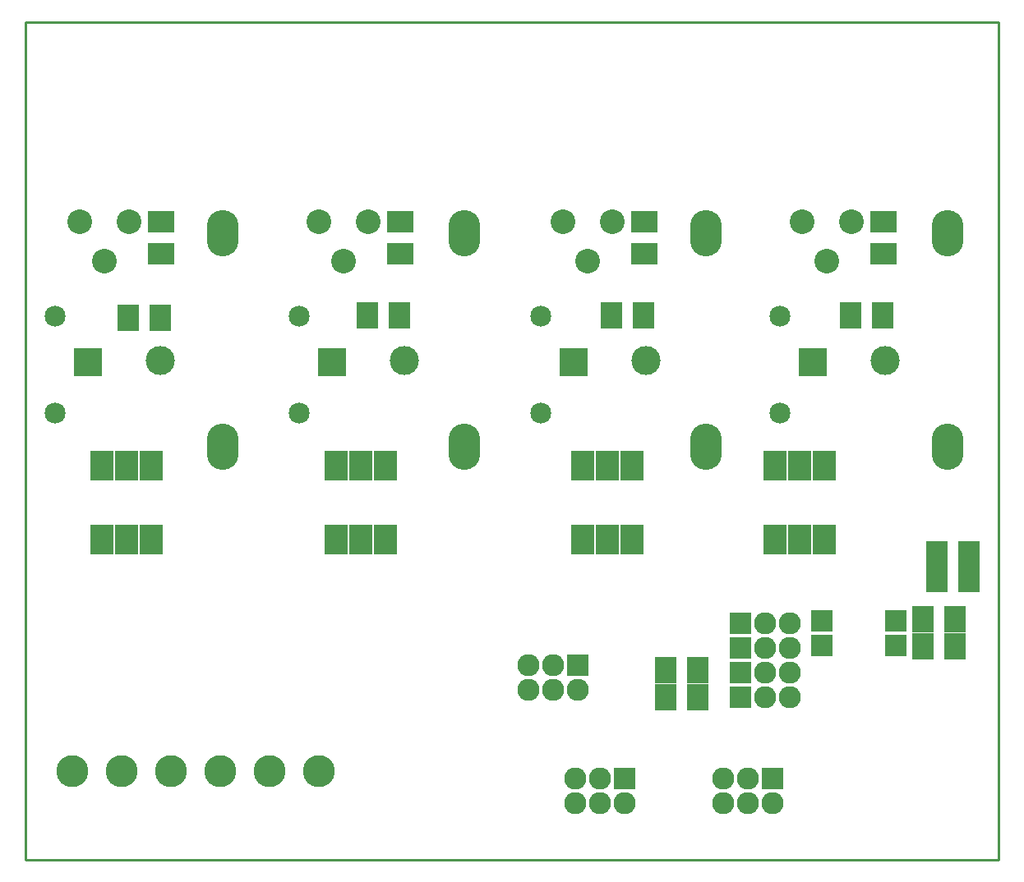
<source format=gbs>
G04 (created by PCBNEW (2011-nov-30)-testing) date jeu. 13 sept. 2012 21:58:41 CEST*
%MOIN*%
G04 Gerber Fmt 3.4, Leading zero omitted, Abs format*
%FSLAX34Y34*%
G01*
G70*
G90*
G04 APERTURE LIST*
%ADD10C,0.006*%
%ADD11C,0.01*%
%ADD12R,0.09X0.11*%
%ADD13R,0.09X0.09*%
%ADD14C,0.09*%
%ADD15C,0.085*%
%ADD16R,0.092X0.12*%
%ADD17R,0.1182X0.1182*%
%ADD18C,0.1182*%
%ADD19R,0.085X0.085*%
%ADD20O,0.1284X0.1875*%
%ADD21C,0.1*%
%ADD22R,0.11X0.09*%
%ADD23C,0.13*%
G04 APERTURE END LIST*
G54D10*
G54D11*
X51100Y-61600D02*
X51100Y-61400D01*
X90550Y-61600D02*
X51100Y-61600D01*
X90550Y-27600D02*
X90550Y-61600D01*
X51100Y-27600D02*
X90550Y-27600D01*
X51100Y-61400D02*
X51100Y-27600D01*
G54D12*
X66250Y-39500D03*
X64950Y-39500D03*
X56550Y-39600D03*
X55250Y-39600D03*
X76150Y-39500D03*
X74850Y-39500D03*
X85850Y-39500D03*
X84550Y-39500D03*
G54D13*
X73500Y-53700D03*
G54D14*
X73500Y-54700D03*
X72500Y-53700D03*
X72500Y-54700D03*
X71500Y-53700D03*
X71500Y-54700D03*
G54D15*
X52300Y-43469D03*
X52300Y-39531D03*
X62200Y-43469D03*
X62200Y-39531D03*
X72000Y-43469D03*
X72000Y-39531D03*
X81700Y-43469D03*
X81700Y-39531D03*
G54D16*
X65700Y-48600D03*
X64700Y-48600D03*
X63700Y-48600D03*
X63700Y-45600D03*
X64700Y-45600D03*
X65700Y-45600D03*
X75700Y-48600D03*
X74700Y-48600D03*
X73700Y-48600D03*
X73700Y-45600D03*
X74700Y-45600D03*
X75700Y-45600D03*
X83500Y-48600D03*
X82500Y-48600D03*
X81500Y-48600D03*
X81500Y-45600D03*
X82500Y-45600D03*
X83500Y-45600D03*
X56200Y-48600D03*
X55200Y-48600D03*
X54200Y-48600D03*
X54200Y-45600D03*
X55200Y-45600D03*
X56200Y-45600D03*
G54D17*
X73324Y-41400D03*
G54D18*
X76276Y-41350D03*
G54D17*
X63524Y-41400D03*
G54D18*
X66476Y-41350D03*
G54D17*
X53624Y-41400D03*
G54D18*
X56576Y-41350D03*
G54D17*
X83024Y-41400D03*
G54D18*
X85976Y-41350D03*
G54D13*
X81400Y-58300D03*
G54D14*
X81400Y-59300D03*
X80400Y-58300D03*
X80400Y-59300D03*
X79400Y-58300D03*
X79400Y-59300D03*
G54D13*
X75400Y-58300D03*
G54D14*
X75400Y-59300D03*
X74400Y-58300D03*
X74400Y-59300D03*
X73400Y-58300D03*
X73400Y-59300D03*
G54D12*
X88050Y-50200D03*
X89350Y-50200D03*
X88050Y-49200D03*
X89350Y-49200D03*
X87500Y-51850D03*
X88800Y-51850D03*
X87500Y-52950D03*
X88800Y-52950D03*
G54D19*
X86400Y-51900D03*
X86400Y-52900D03*
X83400Y-52900D03*
X83400Y-51900D03*
G54D20*
X59100Y-36169D03*
X59100Y-44831D03*
X68900Y-36169D03*
X68900Y-44831D03*
X78700Y-36169D03*
X78700Y-44831D03*
X88500Y-36169D03*
X88500Y-44831D03*
G54D13*
X80100Y-55000D03*
G54D14*
X81100Y-55000D03*
X82100Y-55000D03*
G54D13*
X80100Y-54000D03*
G54D14*
X81100Y-54000D03*
X82100Y-54000D03*
G54D13*
X80100Y-52000D03*
G54D14*
X81100Y-52000D03*
X82100Y-52000D03*
G54D13*
X80100Y-53000D03*
G54D14*
X81100Y-53000D03*
X82100Y-53000D03*
G54D21*
X55300Y-35700D03*
X54300Y-37300D03*
X53300Y-35700D03*
X65000Y-35700D03*
X64000Y-37300D03*
X63000Y-35700D03*
X74900Y-35700D03*
X73900Y-37300D03*
X72900Y-35700D03*
X84600Y-35700D03*
X83600Y-37300D03*
X82600Y-35700D03*
G54D12*
X77050Y-55000D03*
X78350Y-55000D03*
X77050Y-53900D03*
X78350Y-53900D03*
G54D22*
X56600Y-37000D03*
X56600Y-35700D03*
X66300Y-37000D03*
X66300Y-35700D03*
X76200Y-37000D03*
X76200Y-35700D03*
X85900Y-37000D03*
X85900Y-35700D03*
G54D23*
X53000Y-58000D03*
X55000Y-58000D03*
X57000Y-58000D03*
X59000Y-58000D03*
X61000Y-58000D03*
X63000Y-58000D03*
M02*

</source>
